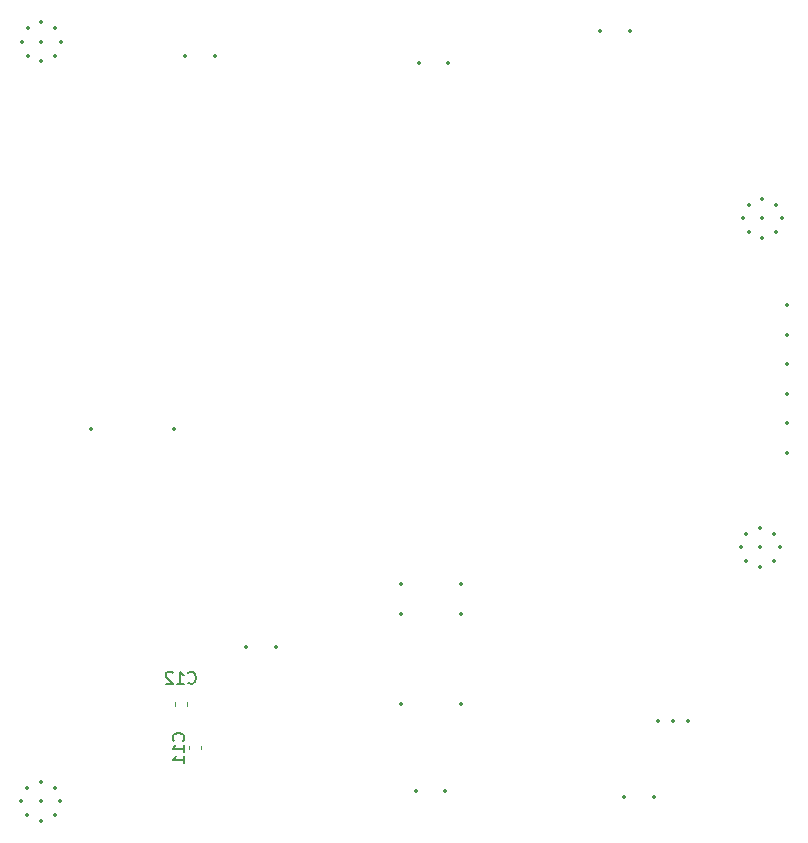
<source format=gbo>
%TF.GenerationSoftware,KiCad,Pcbnew,8.0.5*%
%TF.CreationDate,2025-03-29T03:18:47+03:00*%
%TF.ProjectId,PCB_FINAL_UPDATED,5043425f-4649-44e4-914c-5f5550444154,rev?*%
%TF.SameCoordinates,Original*%
%TF.FileFunction,Legend,Bot*%
%TF.FilePolarity,Positive*%
%FSLAX46Y46*%
G04 Gerber Fmt 4.6, Leading zero omitted, Abs format (unit mm)*
G04 Created by KiCad (PCBNEW 8.0.5) date 2025-03-29 03:18:47*
%MOMM*%
%LPD*%
G01*
G04 APERTURE LIST*
%ADD10C,0.150000*%
%ADD11C,0.120000*%
%ADD12C,0.350000*%
G04 APERTURE END LIST*
D10*
X48859580Y-111157142D02*
X48907200Y-111109523D01*
X48907200Y-111109523D02*
X48954819Y-110966666D01*
X48954819Y-110966666D02*
X48954819Y-110871428D01*
X48954819Y-110871428D02*
X48907200Y-110728571D01*
X48907200Y-110728571D02*
X48811961Y-110633333D01*
X48811961Y-110633333D02*
X48716723Y-110585714D01*
X48716723Y-110585714D02*
X48526247Y-110538095D01*
X48526247Y-110538095D02*
X48383390Y-110538095D01*
X48383390Y-110538095D02*
X48192914Y-110585714D01*
X48192914Y-110585714D02*
X48097676Y-110633333D01*
X48097676Y-110633333D02*
X48002438Y-110728571D01*
X48002438Y-110728571D02*
X47954819Y-110871428D01*
X47954819Y-110871428D02*
X47954819Y-110966666D01*
X47954819Y-110966666D02*
X48002438Y-111109523D01*
X48002438Y-111109523D02*
X48050057Y-111157142D01*
X48954819Y-112109523D02*
X48954819Y-111538095D01*
X48954819Y-111823809D02*
X47954819Y-111823809D01*
X47954819Y-111823809D02*
X48097676Y-111728571D01*
X48097676Y-111728571D02*
X48192914Y-111633333D01*
X48192914Y-111633333D02*
X48240533Y-111538095D01*
X48954819Y-113061904D02*
X48954819Y-112490476D01*
X48954819Y-112776190D02*
X47954819Y-112776190D01*
X47954819Y-112776190D02*
X48097676Y-112680952D01*
X48097676Y-112680952D02*
X48192914Y-112585714D01*
X48192914Y-112585714D02*
X48240533Y-112490476D01*
X49292857Y-106244580D02*
X49340476Y-106292200D01*
X49340476Y-106292200D02*
X49483333Y-106339819D01*
X49483333Y-106339819D02*
X49578571Y-106339819D01*
X49578571Y-106339819D02*
X49721428Y-106292200D01*
X49721428Y-106292200D02*
X49816666Y-106196961D01*
X49816666Y-106196961D02*
X49864285Y-106101723D01*
X49864285Y-106101723D02*
X49911904Y-105911247D01*
X49911904Y-105911247D02*
X49911904Y-105768390D01*
X49911904Y-105768390D02*
X49864285Y-105577914D01*
X49864285Y-105577914D02*
X49816666Y-105482676D01*
X49816666Y-105482676D02*
X49721428Y-105387438D01*
X49721428Y-105387438D02*
X49578571Y-105339819D01*
X49578571Y-105339819D02*
X49483333Y-105339819D01*
X49483333Y-105339819D02*
X49340476Y-105387438D01*
X49340476Y-105387438D02*
X49292857Y-105435057D01*
X48340476Y-106339819D02*
X48911904Y-106339819D01*
X48626190Y-106339819D02*
X48626190Y-105339819D01*
X48626190Y-105339819D02*
X48721428Y-105482676D01*
X48721428Y-105482676D02*
X48816666Y-105577914D01*
X48816666Y-105577914D02*
X48911904Y-105625533D01*
X47959523Y-105435057D02*
X47911904Y-105387438D01*
X47911904Y-105387438D02*
X47816666Y-105339819D01*
X47816666Y-105339819D02*
X47578571Y-105339819D01*
X47578571Y-105339819D02*
X47483333Y-105387438D01*
X47483333Y-105387438D02*
X47435714Y-105435057D01*
X47435714Y-105435057D02*
X47388095Y-105530295D01*
X47388095Y-105530295D02*
X47388095Y-105625533D01*
X47388095Y-105625533D02*
X47435714Y-105768390D01*
X47435714Y-105768390D02*
X48007142Y-106339819D01*
X48007142Y-106339819D02*
X47388095Y-106339819D01*
D11*
%TO.C,C11*%
X49340000Y-111865580D02*
X49340000Y-111584420D01*
X50360000Y-111865580D02*
X50360000Y-111584420D01*
%TO.C,C12*%
X48190000Y-107909420D02*
X48190000Y-108190580D01*
X49210000Y-107909420D02*
X49210000Y-108190580D01*
%TD*%
D12*
X35150000Y-116300000D03*
X35633274Y-115133274D03*
X35633274Y-117466726D03*
X36800000Y-114650000D03*
X36800000Y-116300000D03*
X36800000Y-117950000D03*
X37966726Y-115133274D03*
X37966726Y-117466726D03*
X38450000Y-116300000D03*
X96250000Y-66950000D03*
X96733274Y-65783274D03*
X96733274Y-68116726D03*
X97900000Y-65300000D03*
X97900000Y-66950000D03*
X97900000Y-68600000D03*
X99066726Y-65783274D03*
X99066726Y-68116726D03*
X99550000Y-66950000D03*
X68797800Y-53822600D03*
X71297800Y-53822600D03*
X96050000Y-94800000D03*
X96533274Y-93633274D03*
X96533274Y-95966726D03*
X97700000Y-93150000D03*
X97700000Y-94800000D03*
X97700000Y-96450000D03*
X98866726Y-93633274D03*
X98866726Y-95966726D03*
X99350000Y-94800000D03*
X71054600Y-115390000D03*
X68554600Y-115390000D03*
X54135000Y-103250000D03*
X56675000Y-103250000D03*
X86720600Y-51115200D03*
X84180600Y-51115200D03*
X91627600Y-109491000D03*
X90357600Y-109491000D03*
X89087600Y-109491000D03*
X49025000Y-53150000D03*
X51525000Y-53150000D03*
X88707600Y-115951000D03*
X86207600Y-115951000D03*
X41053500Y-84768500D03*
X48053500Y-84768500D03*
X99949000Y-74277200D03*
X99949000Y-76777200D03*
X99949000Y-79277200D03*
X99949000Y-81777200D03*
X99949000Y-84277200D03*
X99949000Y-86777200D03*
X35200000Y-52000000D03*
X35683274Y-50833274D03*
X35683274Y-53166726D03*
X36850000Y-50350000D03*
X36850000Y-52000000D03*
X36850000Y-53650000D03*
X38016726Y-50833274D03*
X38016726Y-53166726D03*
X38500000Y-52000000D03*
X67335400Y-97891600D03*
X67335400Y-100431600D03*
X67335400Y-108051600D03*
X72415400Y-108051600D03*
X72415400Y-100431600D03*
X72415400Y-97891600D03*
M02*

</source>
